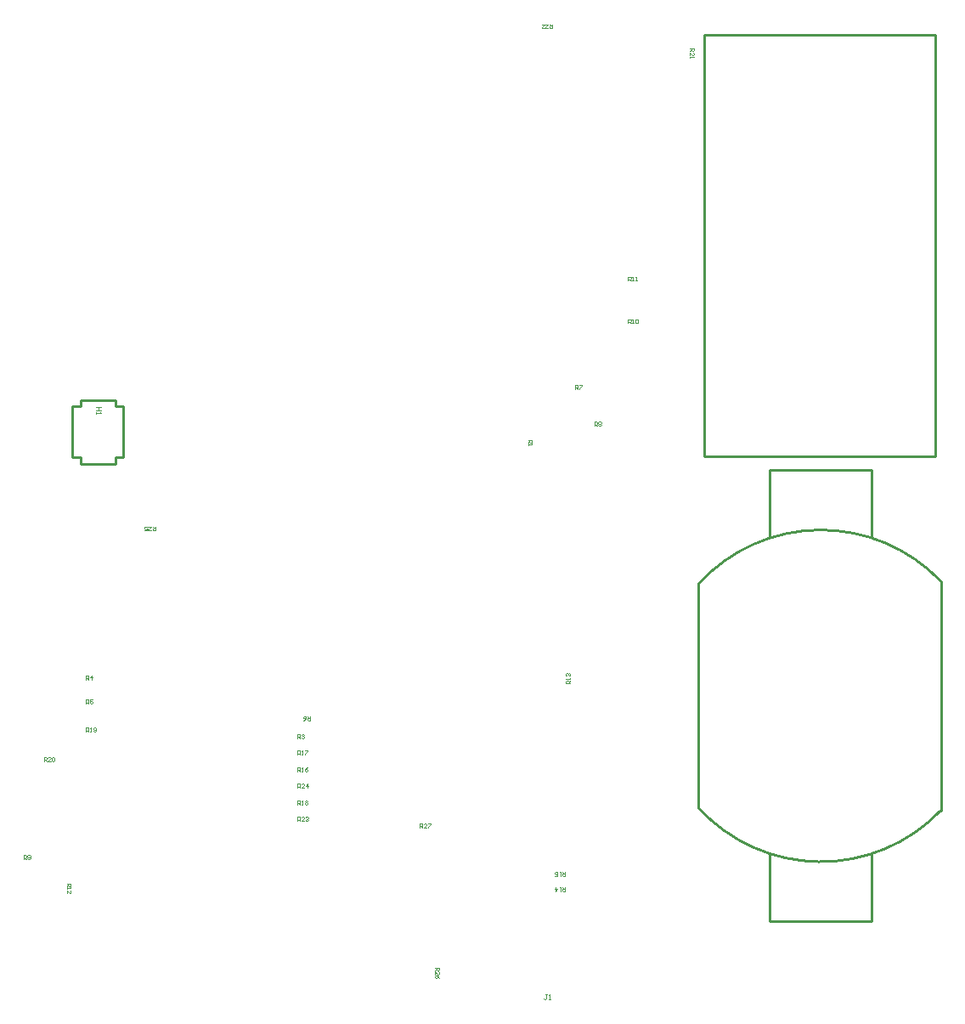
<source format=gm1>
G04*
G04 #@! TF.GenerationSoftware,Altium Limited,Altium Designer,24.1.2 (44)*
G04*
G04 Layer_Color=16711935*
%FSLAX44Y44*%
%MOMM*%
G71*
G04*
G04 #@! TF.SameCoordinates,E8B3DE28-F026-41F4-99A8-411043518BE1*
G04*
G04*
G04 #@! TF.FilePolarity,Positive*
G04*
G01*
G75*
%ADD11C,0.1000*%
%ADD15C,0.2540*%
D11*
X721360Y949960D02*
X725359D01*
Y947961D01*
X724692Y947294D01*
X723359D01*
X722693Y947961D01*
Y949960D01*
Y948627D02*
X721360Y947294D01*
Y943296D02*
Y945961D01*
X724026Y943296D01*
X724692D01*
X725359Y943962D01*
Y945295D01*
X724692Y945961D01*
X721360Y941963D02*
Y940630D01*
Y941296D01*
X725359D01*
X724692Y941963D01*
X578673Y7907D02*
X577007D01*
X577840D01*
Y3742D01*
X577007Y2909D01*
X576174D01*
X575341Y3742D01*
X580339Y2909D02*
X582006D01*
X581172D01*
Y7907D01*
X580339Y7074D01*
X188686Y473695D02*
Y469696D01*
X186687D01*
X186021Y470363D01*
Y471695D01*
X186687Y472362D01*
X188686D01*
X187353D02*
X186021Y473695D01*
X182022D02*
X184688D01*
X182022Y471029D01*
Y470363D01*
X182688Y469696D01*
X184021D01*
X184688Y470363D01*
X178023Y469696D02*
X180689D01*
Y471695D01*
X179356Y471029D01*
X178690D01*
X178023Y471695D01*
Y473028D01*
X178690Y473695D01*
X180023D01*
X180689Y473028D01*
X134162Y592755D02*
X129164D01*
X131663D01*
Y589422D01*
X134162D01*
X129164D01*
Y587756D02*
Y586090D01*
Y586923D01*
X134162D01*
X133329Y587756D01*
X626110Y574040D02*
Y578039D01*
X628109D01*
X628776Y577372D01*
Y576039D01*
X628109Y575373D01*
X626110D01*
X627443D02*
X628776Y574040D01*
X630109Y577372D02*
X630775Y578039D01*
X632108D01*
X632775Y577372D01*
Y576706D01*
X632108Y576039D01*
X632775Y575373D01*
Y574706D01*
X632108Y574040D01*
X630775D01*
X630109Y574706D01*
Y575373D01*
X630775Y576039D01*
X630109Y576706D01*
Y577372D01*
X630775Y576039D02*
X632108D01*
X659765Y718693D02*
Y722692D01*
X661764D01*
X662431Y722025D01*
Y720692D01*
X661764Y720026D01*
X659765D01*
X661098D02*
X662431Y718693D01*
X663764D02*
X665097D01*
X664430D01*
Y722692D01*
X663764Y722025D01*
X667096Y718693D02*
X668429D01*
X667762D01*
Y722692D01*
X667096Y722025D01*
X659765Y676275D02*
Y680274D01*
X661764D01*
X662431Y679607D01*
Y678274D01*
X661764Y677608D01*
X659765D01*
X661098D02*
X662431Y676275D01*
X663764D02*
X665097D01*
X664430D01*
Y680274D01*
X663764Y679607D01*
X667096D02*
X667762Y680274D01*
X669095D01*
X669762Y679607D01*
Y676941D01*
X669095Y676275D01*
X667762D01*
X667096Y676941D01*
Y679607D01*
X607060Y610870D02*
Y614869D01*
X609059D01*
X609726Y614202D01*
Y612869D01*
X609059Y612203D01*
X607060D01*
X608393D02*
X609726Y610870D01*
X611059Y614869D02*
X613725D01*
Y614202D01*
X611059Y611536D01*
Y610870D01*
X584200Y974090D02*
Y970091D01*
X582201D01*
X581534Y970758D01*
Y972091D01*
X582201Y972757D01*
X584200D01*
X582867D02*
X581534Y974090D01*
X577536D02*
X580201D01*
X577536Y971424D01*
Y970758D01*
X578202Y970091D01*
X579535D01*
X580201Y970758D01*
X573537Y974090D02*
X576203D01*
X573537Y971424D01*
Y970758D01*
X574203Y970091D01*
X575536D01*
X576203Y970758D01*
X601980Y317500D02*
X597981D01*
Y319499D01*
X598648Y320166D01*
X599981D01*
X600647Y319499D01*
Y317500D01*
Y318833D02*
X601980Y320166D01*
Y321499D02*
Y322832D01*
Y322165D01*
X597981D01*
X598648Y321499D01*
Y324831D02*
X597981Y325497D01*
Y326830D01*
X598648Y327497D01*
X599314D01*
X599981Y326830D01*
Y326164D01*
Y326830D01*
X600647Y327497D01*
X601314D01*
X601980Y326830D01*
Y325497D01*
X601314Y324831D01*
X560070Y560070D02*
X564069D01*
Y558071D01*
X563402Y557404D01*
X562069D01*
X561403Y558071D01*
Y560070D01*
Y558737D02*
X560070Y557404D01*
Y556071D02*
Y554738D01*
Y555405D01*
X564069D01*
X563402Y556071D01*
X330200Y262890D02*
Y266889D01*
X332199D01*
X332866Y266222D01*
Y264889D01*
X332199Y264223D01*
X330200D01*
X331533D02*
X332866Y262890D01*
X334199Y266222D02*
X334865Y266889D01*
X336198D01*
X336865Y266222D01*
Y265556D01*
X336198Y264889D01*
X335532D01*
X336198D01*
X336865Y264223D01*
Y263556D01*
X336198Y262890D01*
X334865D01*
X334199Y263556D01*
X119380Y321310D02*
Y325309D01*
X121379D01*
X122046Y324642D01*
Y323309D01*
X121379Y322643D01*
X119380D01*
X120713D02*
X122046Y321310D01*
X125378D02*
Y325309D01*
X123379Y323309D01*
X126045D01*
X119380Y297180D02*
Y301179D01*
X121379D01*
X122046Y300512D01*
Y299179D01*
X121379Y298513D01*
X119380D01*
X120713D02*
X122046Y297180D01*
X126045Y301179D02*
X123379D01*
Y299179D01*
X124712Y299846D01*
X125378D01*
X126045Y299179D01*
Y297846D01*
X125378Y297180D01*
X124045D01*
X123379Y297846D01*
X342900Y284480D02*
Y280481D01*
X340901D01*
X340234Y281148D01*
Y282481D01*
X340901Y283147D01*
X342900D01*
X341567D02*
X340234Y284480D01*
X336236Y280481D02*
X337568Y281148D01*
X338901Y282481D01*
Y283814D01*
X338235Y284480D01*
X336902D01*
X336236Y283814D01*
Y283147D01*
X336902Y282481D01*
X338901D01*
X57150Y142240D02*
Y146239D01*
X59149D01*
X59816Y145572D01*
Y144239D01*
X59149Y143573D01*
X57150D01*
X58483D02*
X59816Y142240D01*
X61149Y142906D02*
X61815Y142240D01*
X63148D01*
X63815Y142906D01*
Y145572D01*
X63148Y146239D01*
X61815D01*
X61149Y145572D01*
Y144906D01*
X61815Y144239D01*
X63815D01*
X100330Y118110D02*
X104329D01*
Y116111D01*
X103662Y115444D01*
X102329D01*
X101663Y116111D01*
Y118110D01*
Y116777D02*
X100330Y115444D01*
Y114111D02*
Y112778D01*
Y113445D01*
X104329D01*
X103662Y114111D01*
X100330Y108113D02*
Y110779D01*
X102996Y108113D01*
X103662D01*
X104329Y108780D01*
Y110113D01*
X103662Y110779D01*
X596900Y114300D02*
Y110301D01*
X594901D01*
X594234Y110968D01*
Y112301D01*
X594901Y112967D01*
X596900D01*
X595567D02*
X594234Y114300D01*
X592901D02*
X591568D01*
X592235D01*
Y110301D01*
X592901Y110968D01*
X587570Y114300D02*
Y110301D01*
X589569Y112301D01*
X586903D01*
X596900Y129540D02*
Y125541D01*
X594901D01*
X594234Y126208D01*
Y127541D01*
X594901Y128207D01*
X596900D01*
X595567D02*
X594234Y129540D01*
X592901D02*
X591568D01*
X592235D01*
Y125541D01*
X592901Y126208D01*
X586903Y125541D02*
X589569D01*
Y127541D01*
X588236Y126874D01*
X587570D01*
X586903Y127541D01*
Y128874D01*
X587570Y129540D01*
X588903D01*
X589569Y128874D01*
X330200Y229870D02*
Y233869D01*
X332199D01*
X332866Y233202D01*
Y231869D01*
X332199Y231203D01*
X330200D01*
X331533D02*
X332866Y229870D01*
X334199D02*
X335532D01*
X334865D01*
Y233869D01*
X334199Y233202D01*
X340197Y233869D02*
X338864Y233202D01*
X337531Y231869D01*
Y230536D01*
X338197Y229870D01*
X339530D01*
X340197Y230536D01*
Y231203D01*
X339530Y231869D01*
X337531D01*
X330200Y246380D02*
Y250379D01*
X332199D01*
X332866Y249712D01*
Y248379D01*
X332199Y247713D01*
X330200D01*
X331533D02*
X332866Y246380D01*
X334199D02*
X335532D01*
X334865D01*
Y250379D01*
X334199Y249712D01*
X337531Y250379D02*
X340197D01*
Y249712D01*
X337531Y247046D01*
Y246380D01*
X330200Y196850D02*
Y200849D01*
X332199D01*
X332866Y200182D01*
Y198849D01*
X332199Y198183D01*
X330200D01*
X331533D02*
X332866Y196850D01*
X334199D02*
X335532D01*
X334865D01*
Y200849D01*
X334199Y200182D01*
X337531D02*
X338197Y200849D01*
X339530D01*
X340197Y200182D01*
Y199516D01*
X339530Y198849D01*
X340197Y198183D01*
Y197516D01*
X339530Y196850D01*
X338197D01*
X337531Y197516D01*
Y198183D01*
X338197Y198849D01*
X337531Y199516D01*
Y200182D01*
X338197Y198849D02*
X339530D01*
X119380Y269240D02*
Y273239D01*
X121379D01*
X122046Y272572D01*
Y271239D01*
X121379Y270573D01*
X119380D01*
X120713D02*
X122046Y269240D01*
X123379D02*
X124712D01*
X124045D01*
Y273239D01*
X123379Y272572D01*
X126711Y269906D02*
X127377Y269240D01*
X128710D01*
X129377Y269906D01*
Y272572D01*
X128710Y273239D01*
X127377D01*
X126711Y272572D01*
Y271906D01*
X127377Y271239D01*
X129377D01*
X77470Y240030D02*
Y244029D01*
X79469D01*
X80136Y243362D01*
Y242029D01*
X79469Y241363D01*
X77470D01*
X78803D02*
X80136Y240030D01*
X84135D02*
X81469D01*
X84135Y242696D01*
Y243362D01*
X83468Y244029D01*
X82135D01*
X81469Y243362D01*
X85467D02*
X86134Y244029D01*
X87467D01*
X88133Y243362D01*
Y240696D01*
X87467Y240030D01*
X86134D01*
X85467Y240696D01*
Y243362D01*
X330200Y180340D02*
Y184339D01*
X332199D01*
X332866Y183672D01*
Y182339D01*
X332199Y181673D01*
X330200D01*
X331533D02*
X332866Y180340D01*
X336865D02*
X334199D01*
X336865Y183006D01*
Y183672D01*
X336198Y184339D01*
X334865D01*
X334199Y183672D01*
X338197D02*
X338864Y184339D01*
X340197D01*
X340863Y183672D01*
Y183006D01*
X340197Y182339D01*
X339530D01*
X340197D01*
X340863Y181673D01*
Y181006D01*
X340197Y180340D01*
X338864D01*
X338197Y181006D01*
X330200Y213360D02*
Y217359D01*
X332199D01*
X332866Y216692D01*
Y215359D01*
X332199Y214693D01*
X330200D01*
X331533D02*
X332866Y213360D01*
X336865D02*
X334199D01*
X336865Y216026D01*
Y216692D01*
X336198Y217359D01*
X334865D01*
X334199Y216692D01*
X340197Y213360D02*
Y217359D01*
X338197Y215359D01*
X340863D01*
X467360Y34290D02*
X471359D01*
Y32291D01*
X470692Y31624D01*
X469359D01*
X468693Y32291D01*
Y34290D01*
Y32957D02*
X467360Y31624D01*
Y27626D02*
Y30291D01*
X470026Y27626D01*
X470692D01*
X471359Y28292D01*
Y29625D01*
X470692Y30291D01*
X471359Y23627D02*
X470692Y24960D01*
X469359Y26293D01*
X468026D01*
X467360Y25626D01*
Y24293D01*
X468026Y23627D01*
X468693D01*
X469359Y24293D01*
Y26293D01*
X452120Y173736D02*
Y177735D01*
X454119D01*
X454786Y177068D01*
Y175735D01*
X454119Y175069D01*
X452120D01*
X453453D02*
X454786Y173736D01*
X458784D02*
X456119D01*
X458784Y176402D01*
Y177068D01*
X458118Y177735D01*
X456785D01*
X456119Y177068D01*
X460117Y177735D02*
X462783D01*
Y177068D01*
X460117Y174402D01*
Y173736D01*
D15*
X971766Y418884D02*
G03*
X730071Y416746I-119850J-113830D01*
G01*
Y193362D02*
G03*
X971307Y190743I121845J111692D01*
G01*
X729996Y193294D02*
Y305054D01*
Y416814D01*
X971766Y190743D02*
Y305054D01*
Y418884D01*
X801116Y80264D02*
Y147574D01*
Y80264D02*
X902716D01*
Y147574D01*
X801116Y462534D02*
Y529844D01*
X902716D01*
Y462534D02*
Y529844D01*
X148463Y593344D02*
Y599694D01*
Y593344D02*
X156718D01*
Y542544D02*
Y593344D01*
X148463Y542544D02*
X156718D01*
X148463Y536194D02*
Y542544D01*
X114173Y536194D02*
X148463D01*
X114173D02*
Y542544D01*
X105918D02*
X114173D01*
X105918D02*
Y593344D01*
X114173D01*
Y599694D01*
X148463D01*
X735900Y544040D02*
X850900D01*
X735900D02*
X965900D01*
Y964040D01*
X735900D02*
X965900D01*
X735900Y544040D02*
Y964040D01*
M02*

</source>
